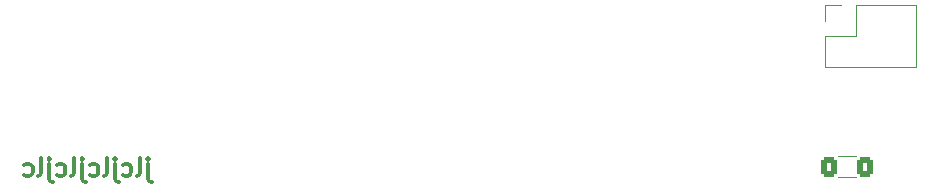
<source format=gbr>
G04 #@! TF.GenerationSoftware,KiCad,Pcbnew,(6.99.0-2452-gdb4f2d9dd8)*
G04 #@! TF.CreationDate,2022-07-21T16:36:40-08:00*
G04 #@! TF.ProjectId,crew-SAO,63726577-2d53-4414-9f2e-6b696361645f,rev?*
G04 #@! TF.SameCoordinates,Original*
G04 #@! TF.FileFunction,Legend,Bot*
G04 #@! TF.FilePolarity,Positive*
%FSLAX46Y46*%
G04 Gerber Fmt 4.6, Leading zero omitted, Abs format (unit mm)*
G04 Created by KiCad (PCBNEW (6.99.0-2452-gdb4f2d9dd8)) date 2022-07-21 16:36:40*
%MOMM*%
%LPD*%
G01*
G04 APERTURE LIST*
G04 Aperture macros list*
%AMRoundRect*
0 Rectangle with rounded corners*
0 $1 Rounding radius*
0 $2 $3 $4 $5 $6 $7 $8 $9 X,Y pos of 4 corners*
0 Add a 4 corners polygon primitive as box body*
4,1,4,$2,$3,$4,$5,$6,$7,$8,$9,$2,$3,0*
0 Add four circle primitives for the rounded corners*
1,1,$1+$1,$2,$3*
1,1,$1+$1,$4,$5*
1,1,$1+$1,$6,$7*
1,1,$1+$1,$8,$9*
0 Add four rect primitives between the rounded corners*
20,1,$1+$1,$2,$3,$4,$5,0*
20,1,$1+$1,$4,$5,$6,$7,0*
20,1,$1+$1,$6,$7,$8,$9,0*
20,1,$1+$1,$8,$9,$2,$3,0*%
G04 Aperture macros list end*
%ADD10C,0.300000*%
%ADD11C,0.120000*%
%ADD12R,1.800000X1.800000*%
%ADD13C,1.800000*%
%ADD14R,1.700000X1.700000*%
%ADD15O,1.700000X1.700000*%
%ADD16RoundRect,0.250000X0.400000X0.625000X-0.400000X0.625000X-0.400000X-0.625000X0.400000X-0.625000X0*%
G04 APERTURE END LIST*
D10*
X96214285Y-137051071D02*
X96214285Y-138336785D01*
X96214285Y-138336785D02*
X96285713Y-138479642D01*
X96285713Y-138479642D02*
X96428570Y-138551071D01*
X96428570Y-138551071D02*
X96499999Y-138551071D01*
X96214285Y-136551071D02*
X96285713Y-136622500D01*
X96285713Y-136622500D02*
X96214285Y-136693928D01*
X96214285Y-136693928D02*
X96142856Y-136622500D01*
X96142856Y-136622500D02*
X96214285Y-136551071D01*
X96214285Y-136551071D02*
X96214285Y-136693928D01*
X95285713Y-138051071D02*
X95428570Y-137979642D01*
X95428570Y-137979642D02*
X95499999Y-137836785D01*
X95499999Y-137836785D02*
X95499999Y-136551071D01*
X94071428Y-137979642D02*
X94214285Y-138051071D01*
X94214285Y-138051071D02*
X94499999Y-138051071D01*
X94499999Y-138051071D02*
X94642856Y-137979642D01*
X94642856Y-137979642D02*
X94714285Y-137908214D01*
X94714285Y-137908214D02*
X94785713Y-137765357D01*
X94785713Y-137765357D02*
X94785713Y-137336785D01*
X94785713Y-137336785D02*
X94714285Y-137193928D01*
X94714285Y-137193928D02*
X94642856Y-137122500D01*
X94642856Y-137122500D02*
X94499999Y-137051071D01*
X94499999Y-137051071D02*
X94214285Y-137051071D01*
X94214285Y-137051071D02*
X94071428Y-137122500D01*
X93428571Y-137051071D02*
X93428571Y-138336785D01*
X93428571Y-138336785D02*
X93499999Y-138479642D01*
X93499999Y-138479642D02*
X93642856Y-138551071D01*
X93642856Y-138551071D02*
X93714285Y-138551071D01*
X93428571Y-136551071D02*
X93499999Y-136622500D01*
X93499999Y-136622500D02*
X93428571Y-136693928D01*
X93428571Y-136693928D02*
X93357142Y-136622500D01*
X93357142Y-136622500D02*
X93428571Y-136551071D01*
X93428571Y-136551071D02*
X93428571Y-136693928D01*
X92499999Y-138051071D02*
X92642856Y-137979642D01*
X92642856Y-137979642D02*
X92714285Y-137836785D01*
X92714285Y-137836785D02*
X92714285Y-136551071D01*
X91285714Y-137979642D02*
X91428571Y-138051071D01*
X91428571Y-138051071D02*
X91714285Y-138051071D01*
X91714285Y-138051071D02*
X91857142Y-137979642D01*
X91857142Y-137979642D02*
X91928571Y-137908214D01*
X91928571Y-137908214D02*
X91999999Y-137765357D01*
X91999999Y-137765357D02*
X91999999Y-137336785D01*
X91999999Y-137336785D02*
X91928571Y-137193928D01*
X91928571Y-137193928D02*
X91857142Y-137122500D01*
X91857142Y-137122500D02*
X91714285Y-137051071D01*
X91714285Y-137051071D02*
X91428571Y-137051071D01*
X91428571Y-137051071D02*
X91285714Y-137122500D01*
X90642857Y-137051071D02*
X90642857Y-138336785D01*
X90642857Y-138336785D02*
X90714285Y-138479642D01*
X90714285Y-138479642D02*
X90857142Y-138551071D01*
X90857142Y-138551071D02*
X90928571Y-138551071D01*
X90642857Y-136551071D02*
X90714285Y-136622500D01*
X90714285Y-136622500D02*
X90642857Y-136693928D01*
X90642857Y-136693928D02*
X90571428Y-136622500D01*
X90571428Y-136622500D02*
X90642857Y-136551071D01*
X90642857Y-136551071D02*
X90642857Y-136693928D01*
X89714285Y-138051071D02*
X89857142Y-137979642D01*
X89857142Y-137979642D02*
X89928571Y-137836785D01*
X89928571Y-137836785D02*
X89928571Y-136551071D01*
X88500000Y-137979642D02*
X88642857Y-138051071D01*
X88642857Y-138051071D02*
X88928571Y-138051071D01*
X88928571Y-138051071D02*
X89071428Y-137979642D01*
X89071428Y-137979642D02*
X89142857Y-137908214D01*
X89142857Y-137908214D02*
X89214285Y-137765357D01*
X89214285Y-137765357D02*
X89214285Y-137336785D01*
X89214285Y-137336785D02*
X89142857Y-137193928D01*
X89142857Y-137193928D02*
X89071428Y-137122500D01*
X89071428Y-137122500D02*
X88928571Y-137051071D01*
X88928571Y-137051071D02*
X88642857Y-137051071D01*
X88642857Y-137051071D02*
X88500000Y-137122500D01*
X87857143Y-137051071D02*
X87857143Y-138336785D01*
X87857143Y-138336785D02*
X87928571Y-138479642D01*
X87928571Y-138479642D02*
X88071428Y-138551071D01*
X88071428Y-138551071D02*
X88142857Y-138551071D01*
X87857143Y-136551071D02*
X87928571Y-136622500D01*
X87928571Y-136622500D02*
X87857143Y-136693928D01*
X87857143Y-136693928D02*
X87785714Y-136622500D01*
X87785714Y-136622500D02*
X87857143Y-136551071D01*
X87857143Y-136551071D02*
X87857143Y-136693928D01*
X86928571Y-138051071D02*
X87071428Y-137979642D01*
X87071428Y-137979642D02*
X87142857Y-137836785D01*
X87142857Y-137836785D02*
X87142857Y-136551071D01*
X85714286Y-137979642D02*
X85857143Y-138051071D01*
X85857143Y-138051071D02*
X86142857Y-138051071D01*
X86142857Y-138051071D02*
X86285714Y-137979642D01*
X86285714Y-137979642D02*
X86357143Y-137908214D01*
X86357143Y-137908214D02*
X86428571Y-137765357D01*
X86428571Y-137765357D02*
X86428571Y-137336785D01*
X86428571Y-137336785D02*
X86357143Y-137193928D01*
X86357143Y-137193928D02*
X86285714Y-137122500D01*
X86285714Y-137122500D02*
X86142857Y-137051071D01*
X86142857Y-137051071D02*
X85857143Y-137051071D01*
X85857143Y-137051071D02*
X85714286Y-137122500D01*
D11*
X161250000Y-123610000D02*
X161250000Y-128810000D01*
X156110000Y-123610000D02*
X161250000Y-123610000D01*
X156110000Y-123610000D02*
X156110000Y-126210000D01*
X154840000Y-123610000D02*
X153510000Y-123610000D01*
X153510000Y-123610000D02*
X153510000Y-124940000D01*
X156110000Y-126210000D02*
X153510000Y-126210000D01*
X153510000Y-126210000D02*
X153510000Y-128810000D01*
X153510000Y-128810000D02*
X161250000Y-128810000D01*
X156117064Y-138190000D02*
X154662936Y-138190000D01*
X156117064Y-136370000D02*
X154662936Y-136370000D01*
%LPC*%
D12*
X157499999Y-131499999D03*
D13*
X157500000Y-134040000D03*
D14*
X154839999Y-124939999D03*
D15*
X154839999Y-127479999D03*
X157379999Y-124939999D03*
X157379999Y-127479999D03*
X159919999Y-124939999D03*
X159919999Y-127479999D03*
D16*
X156940000Y-137280000D03*
X153840000Y-137280000D03*
M02*

</source>
